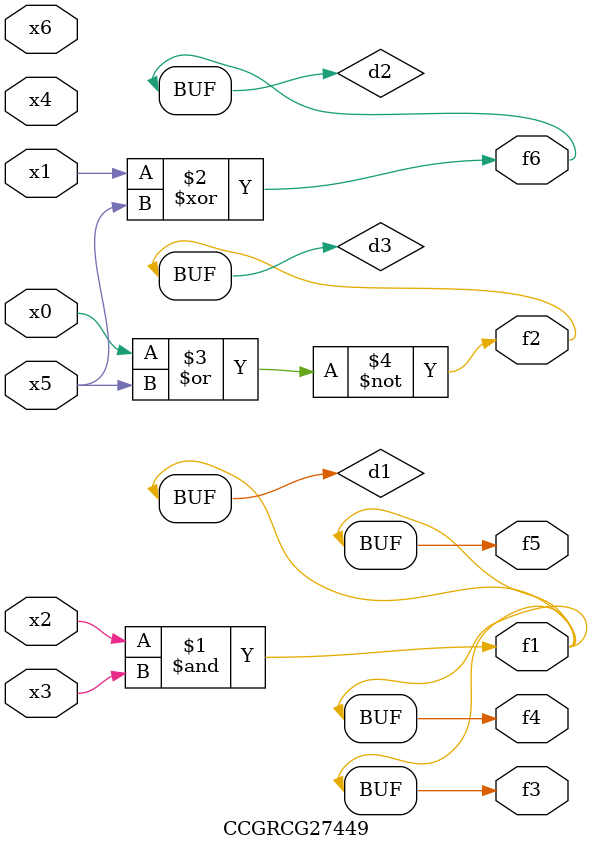
<source format=v>
module CCGRCG27449(
	input x0, x1, x2, x3, x4, x5, x6,
	output f1, f2, f3, f4, f5, f6
);

	wire d1, d2, d3;

	and (d1, x2, x3);
	xor (d2, x1, x5);
	nor (d3, x0, x5);
	assign f1 = d1;
	assign f2 = d3;
	assign f3 = d1;
	assign f4 = d1;
	assign f5 = d1;
	assign f6 = d2;
endmodule

</source>
